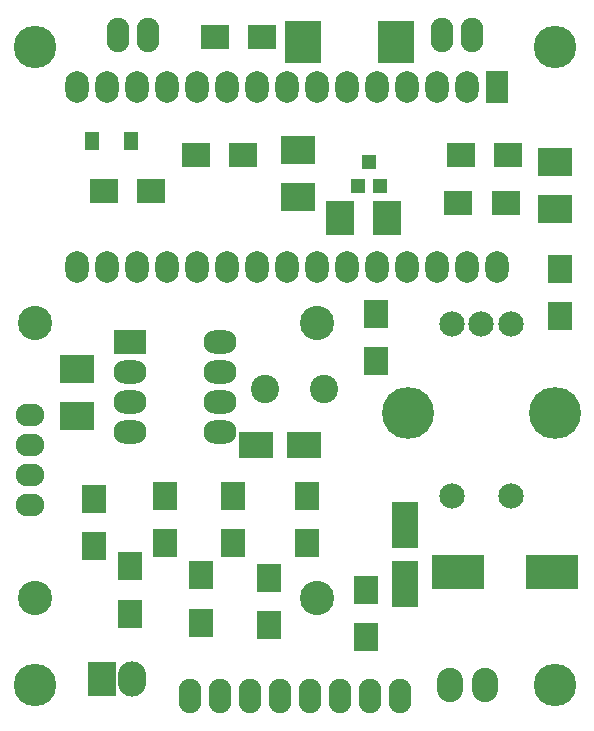
<source format=gbr>
G04 #@! TF.FileFunction,Soldermask,Top*
%FSLAX46Y46*%
G04 Gerber Fmt 4.6, Leading zero omitted, Abs format (unit mm)*
G04 Created by KiCad (PCBNEW 4.0.4-stable) date 01/17/18 19:17:24*
%MOMM*%
%LPD*%
G01*
G04 APERTURE LIST*
%ADD10C,0.100000*%
%ADD11R,1.974800X2.686000*%
%ADD12O,1.974800X2.686000*%
%ADD13O,2.400000X1.924000*%
%ADD14C,2.900000*%
%ADD15C,2.400000*%
%ADD16R,2.800000X2.000000*%
%ADD17O,2.800000X2.000000*%
%ADD18O,1.920000X2.920000*%
%ADD19R,2.100000X2.400000*%
%ADD20C,3.600000*%
%ADD21R,2.900000X2.400000*%
%ADD22R,2.200000X3.900000*%
%ADD23R,2.400000X2.900000*%
%ADD24R,4.400000X2.900000*%
%ADD25R,1.200000X1.300000*%
%ADD26R,2.400000X3.000000*%
%ADD27O,2.400000X3.000000*%
%ADD28R,3.100000X3.600000*%
%ADD29R,2.400000X2.100000*%
%ADD30C,2.150000*%
%ADD31O,4.400000X4.400000*%
%ADD32R,1.300000X1.600000*%
%ADD33O,2.200000X2.900000*%
%ADD34R,2.900000X2.200000*%
G04 APERTURE END LIST*
D10*
D11*
X112050000Y-76380000D03*
D12*
X109510000Y-76380000D03*
X106970000Y-76380000D03*
X104430000Y-76380000D03*
X101890000Y-76380000D03*
X99350000Y-76380000D03*
X96810000Y-76380000D03*
X94270000Y-76380000D03*
X91730000Y-76380000D03*
X89190000Y-76380000D03*
X86650000Y-76380000D03*
X84110000Y-76380000D03*
X81570000Y-76380000D03*
X79030000Y-76380000D03*
X76490000Y-76380000D03*
X76490000Y-91620000D03*
X79030000Y-91620000D03*
X81570000Y-91620000D03*
X84110000Y-91620000D03*
X86650000Y-91620000D03*
X89190000Y-91620000D03*
X91730000Y-91620000D03*
X94270000Y-91620000D03*
X96810000Y-91620000D03*
X99350000Y-91620000D03*
X101890000Y-91620000D03*
X104430000Y-91620000D03*
X106970000Y-91620000D03*
X109510000Y-91620000D03*
X112050000Y-91620000D03*
D13*
X72500000Y-111810000D03*
X72500000Y-109270000D03*
X72500000Y-106730000D03*
X72500000Y-104190000D03*
D14*
X96800000Y-119650000D03*
X73000000Y-119650000D03*
X73000000Y-96350000D03*
X96800000Y-96350000D03*
D15*
X92450000Y-102000000D03*
X97450000Y-102000000D03*
D16*
X81000000Y-98000000D03*
D17*
X88620000Y-105620000D03*
X81000000Y-100540000D03*
X88620000Y-103080000D03*
X81000000Y-103080000D03*
X88620000Y-100540000D03*
X81000000Y-105620000D03*
X88620000Y-98000000D03*
D18*
X80000000Y-72000000D03*
X82540000Y-72000000D03*
X110000000Y-72000000D03*
X107460000Y-72000000D03*
D19*
X78000000Y-115250000D03*
X78000000Y-111250000D03*
X81000000Y-121000000D03*
X81000000Y-117000000D03*
X84000000Y-115000000D03*
X84000000Y-111000000D03*
X87000000Y-121750000D03*
X87000000Y-117750000D03*
X89750000Y-115000000D03*
X89750000Y-111000000D03*
X92750000Y-122000000D03*
X92750000Y-118000000D03*
X96000000Y-115000000D03*
X96000000Y-111000000D03*
X101000000Y-123000000D03*
X101000000Y-119000000D03*
D20*
X73000000Y-73000000D03*
X117000000Y-73000000D03*
X73000000Y-127000000D03*
X117000000Y-127000000D03*
D18*
X86100000Y-128000000D03*
X88640000Y-128000000D03*
X91180000Y-128000000D03*
X93720000Y-128000000D03*
X96260000Y-128000000D03*
X98800000Y-128000000D03*
X101340000Y-128000000D03*
X103880000Y-128000000D03*
D21*
X76500000Y-100250000D03*
X76500000Y-104250000D03*
D22*
X104250000Y-113500000D03*
X104250000Y-118500000D03*
D21*
X117000000Y-86750000D03*
X117000000Y-82750000D03*
D23*
X102750000Y-87500000D03*
X98750000Y-87500000D03*
D24*
X108750000Y-117500000D03*
X116750000Y-117500000D03*
D21*
X95250000Y-85750000D03*
X95250000Y-81750000D03*
D25*
X100300000Y-84750000D03*
X102200000Y-84750000D03*
X101250000Y-82750000D03*
D26*
X78600000Y-126500000D03*
D27*
X81140000Y-126500000D03*
D28*
X103550000Y-72600000D03*
X95650000Y-72600000D03*
D29*
X92200000Y-72200000D03*
X88200000Y-72200000D03*
X86600000Y-82200000D03*
X90600000Y-82200000D03*
X82800000Y-85200000D03*
X78800000Y-85200000D03*
X109000000Y-82200000D03*
X113000000Y-82200000D03*
X108800000Y-86200000D03*
X112800000Y-86200000D03*
D19*
X101800000Y-95600000D03*
X101800000Y-99600000D03*
X117400000Y-95800000D03*
X117400000Y-91800000D03*
D30*
X113250000Y-96500000D03*
X108250000Y-96500000D03*
X110750000Y-96500000D03*
X108250000Y-111000000D03*
X113250000Y-111000000D03*
D31*
X104550000Y-104000000D03*
X116950000Y-104000000D03*
D32*
X77750000Y-81000000D03*
X81050000Y-81000000D03*
D33*
X111100000Y-127000000D03*
X108100000Y-127000000D03*
D34*
X91700000Y-106750000D03*
X95700000Y-106750000D03*
M02*

</source>
